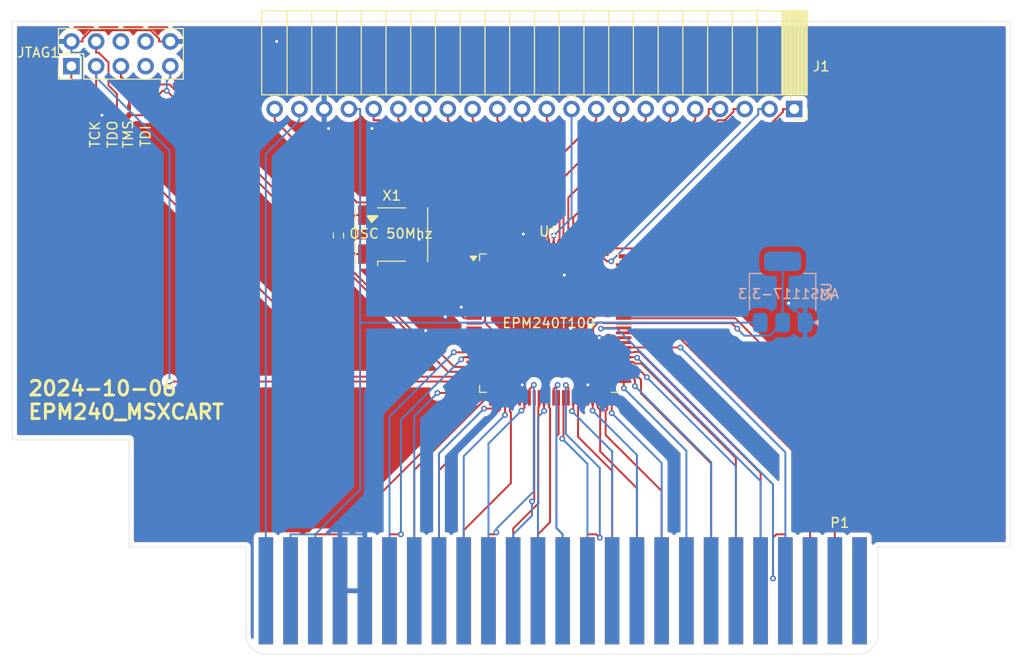
<source format=kicad_pcb>
(kicad_pcb (version 20240108) (generator "pcbnew") (generator_version "8.0")
  (layers (0 "F.Cu" signal) (31 "B.Cu" signal) (34 "B.Paste" user) (35 "F.Paste" user) (36 "B.SilkS" user "B.Silkscreen") (37 "F.SilkS" user "F.Silkscreen") (38 "B.Mask" user) (39 "F.Mask" user) (44 "Edge.Cuts" user))
  (net 0 "")
  (net 1 "/+5V")
  (net 2 "/RC15")
  (net 3 "/RD4")
  (net 4 "/RC8")
  (net 5 "/SOUNDIN")
  (net 6 "/RC13")
  (net 7 "/RC17")
  (net 8 "/RD1")
  (net 9 "/RD7")
  (net 10 "/RD3")
  (net 11 "/RC12")
  (net 12 "/RC10")
  (net 13 "/RD0")
  (net 14 "/RD2")
  (net 15 "GND")
  (net 16 "/RD5")
  (net 17 "/RC9")
  (net 18 "/RD6")
  (net 19 "/RC14")
  (net 20 "/RC16")
  (net 21 "/RC11")
  (net 22 "/WAIT")
  (net 23 "/A2")
  (net 25 "/A5")
  (net 27 "/IORQ")
  (net 28 "/A15")
  (net 29 "/A0")
  (net 30 "/D7")
  (net 31 "/D1")
  (net 32 "/M1")
  (net 33 "/A6")
  (net 36 "/SLTSL")
  (net 37 "/TDI")
  (net 38 "/TMS")
  (net 39 "/D2")
  (net 40 "/A3")
  (net 41 "/A12")
  (net 42 "/A14")
  (net 43 "/D0")
  (net 44 "/A4")
  (net 45 "/RD")
  (net 47 "/D5")
  (net 48 "/A11")
  (net 49 "/TDO")
  (net 50 "/A10")
  (net 51 "/3V3")
  (net 52 "/D6")
  (net 53 "/D3")
  (net 54 "/INT")
  (net 55 "/A13")
  (net 56 "/A8")
  (net 57 "/MREQ")
  (net 58 "/D4")
  (net 59 "/A1")
  (net 60 "/BUSDIR")
  (net 61 "/RESET")
  (net 62 "/A9")
  (net 63 "/WR")
  (net 66 "/A7")
  (net 67 "/TCK")
  (net 68 "+3V3")
  (net 72 "Net-(P1-Pin_44)")
  (net 73 "/CLOCK")
  (net 74 "/RFSH")
  (net 76 "/GCLK")
  (net 101 "Net-(X1-EN)")
  (footprint "Resistor_SMD:R_0201_0603Metric_Pad0.64x0.40mm_HandSolder" (layer "F.Cu") (at 90.5 57.2325 90)
    (property "Reference" "TMS")
    (property "Value" "10K")
  )
  (footprint "library:msx_cartridge" (layer "F.Cu") (at 135.02 106.627)
    (property "Reference" "P1")
    (property "Value" "CONN_02X25")
  )
  (footprint "Oscillator:Oscillator_SMD_Abracon_ASV-4Pin_7.0x5.1mm" (layer "F.Cu") (at 117.46 69.9)
    (property "Reference" "X1")
    (property "Value" "OSC 50Mhz")
  )
  (footprint "Package_QFP:LQFP-100_14x14mm_P0.5mm" (layer "F.Cu") (at 133.6 79)
    (property "Reference" "U1")
    (property "Value" "EPM240T100")
  )
  (footprint "Resistor_SMD:R_0603_1608Metric_Pad0.98x0.95mm_HandSolder" (layer "F.Cu") (at 112 70 -90)
    (property "Reference" "R5" (hide yes))
    (property "Value" "R")
  )
  (footprint "Resistor_SMD:R_0201_0603Metric_Pad0.64x0.40mm_HandSolder" (layer "F.Cu") (at 87 57.2325 90)
    (property "Reference" "TCK")
    (property "Value" "10K")
  )
  (footprint "Connector_PinSocket_2.54mm:PinSocket_1x22_P2.54mm_Horizontal" (layer "F.Cu") (at 158.79 57 -90)
    (property "Reference" "J1")
    (property "Value" "Conn_01x21_Pin")
  )
  (footprint "Connector_PinHeader_2.54mm:PinHeader_2x05_P2.54mm_Vertical" (layer "F.Cu") (at 84.58 52.6 90)
    (property "Reference" "JTAG1")
    (property "Value" "CONN_02X05")
  )
  (footprint "Resistor_SMD:R_0201_0603Metric_Pad0.64x0.40mm_HandSolder" (layer "F.Cu") (at 88.75 57.2325 90)
    (property "Reference" "TDO")
    (property "Value" "10K")
  )
  (footprint "Resistor_SMD:R_0201_0603Metric_Pad0.64x0.40mm_HandSolder" (layer "F.Cu") (at 92.25 57.2325 90)
    (property "Reference" "TDI")
    (property "Value" "10K")
  )
  (footprint "Package_TO_SOT_SMD:SOT-223-3_TabPin2" (layer "B.Cu") (at 157.6 75.8 90)
    (property "Reference" "U2")
    (property "Value" "AMS1117-3.3")
  )
  (gr_poly (pts (xy 115 68) (xy 116 68) (xy 115.4 68.6)) (stroke (width 0.2)) (fill solid) (layer "F.SilkS"))
  (gr_line (start 90.5 91) (end 90.5 102) (stroke (width 0.05)) (layer "Edge.Cuts"))
  (gr_line (start 102.5 102) (end 102.5 111) (stroke (width 0.05)) (layer "Edge.Cuts"))
  (gr_line (start 181 102) (end 181 48) (stroke (width 0.05)) (layer "Edge.Cuts"))
  (gr_line (start 167.385786 111) (end 167.385786 102) (stroke (width 0.05)) (layer "Edge.Cuts"))
  (gr_line (start 167.385786 102) (end 181 102) (stroke (width 0.05)) (layer "Edge.Cuts"))
  (gr_line (start 181 48) (end 78.5 48) (stroke (width 0.05)) (layer "Edge.Cuts"))
  (gr_arc (start 167.385786 111) (mid 166.8 112.414214) (end 165.385786 113) (stroke (width 0.05)) (layer "Edge.Cuts"))
  (gr_line (start 78.5 91) (end 90.5 91) (stroke (width 0.05)) (layer "Edge.Cuts"))
  (gr_line (start 78.5 48) (end 78.5 91) (stroke (width 0.05)) (layer "Edge.Cuts"))
  (gr_line (start 90.5 102) (end 102.5 102) (stroke (width 0.05)) (layer "Edge.Cuts"))
  (gr_line (start 104.5 113) (end 165.385786 113) (stroke (width 0.05)) (layer "Edge.Cuts"))
  (gr_arc (start 104.5 113) (mid 103.085786 112.414214) (end 102.5 111) (stroke (width 0.05)) (layer "Edge.Cuts"))
  (gr_text "2024-10-06\nEPM240_MSXCART" (at 80 89 0) (layer "F.SilkS") (effects (font (size 1.5 1.5) (thickness 0.3) (bold yes)) (justify left bottom)))
  (segment (start 107.08 106.5) (end 107.08 100.6983) (width 0.2) (layer "B.Cu") (net 1))
  (segment (start 114.2217 57) (end 114.2217 78.95) (width 0.2) (layer "B.Cu") (net 1))
  (segment (start 114.2217 78.95) (end 155.3 78.95) (width 0.2) (layer "B.Cu") (net 1))
  (segment (start 113.07 57) (end 114.2217 57) (width 0.2) (layer "B.Cu") (net 1))
  (segment (start 114.2217 96.0966) (end 109.62 100.6983) (width 0.2) (layer "B.Cu") (net 1))
  (segment (start 114.2217 78.95) (end 114.2217 96.0966) (width 0.2) (layer "B.Cu") (net 1))
  (segment (start 109.62 106.5) (end 109.62 100.6983) (width 0.2) (layer "B.Cu") (net 1))
  (segment (start 107.08 100.6983) (end 109.62 100.6983) (width 0.2) (layer "B.Cu") (net 1))
  (segment (start 130.1 67.5617) (end 130.1 71.325) (width 0.2) (layer "F.Cu") (net 2))
  (segment (start 120.69 57) (end 120.69 58.1517) (width 0.2) (layer "F.Cu") (net 2))
  (segment (start 120.69 58.1517) (end 130.1 67.5617) (width 0.2) (layer "F.Cu") (net 2))
  (segment (start 148.63 58.1517) (end 136.6 70.1817) (width 0.2) (layer "F.Cu") (net 3))
  (segment (start 136.6 70.1817) (end 136.6 71.325) (width 0.2) (layer "F.Cu") (net 3))
  (segment (start 148.63 57) (end 148.63 58.1517) (width 0.2) (layer "F.Cu") (net 3))
  (segment (start 134.6 70.4894) (end 134.6 71.325) (width 0.2) (layer "F.Cu") (net 4))
  (segment (start 138.47 58.1517) (end 134.6983 61.9234) (width 0.2) (layer "F.Cu") (net 4))
  (segment (start 134.6983 70.3911) (end 134.6 70.4894) (width 0.2) (layer "F.Cu") (net 4))
  (segment (start 134.6983 61.9234) (end 134.6983 70.3911) (width 0.2) (layer "F.Cu") (net 4))
  (segment (start 138.47 57) (end 138.47 58.1517) (width 0.2) (layer "F.Cu") (net 4))
  (segment (start 107.99 58.1517) (end 104.54 61.6017) (width 0.2) (layer "B.Cu") (net 5))
  (segment (start 107.99 57) (end 107.99 58.1517) (width 0.2) (layer "B.Cu") (net 5))
  (segment (start 104.54 61.6017) (end 104.54 106.5) (width 0.2) (layer "B.Cu") (net 5))
  (segment (start 125.77 58.1517) (end 132.1 64.4817) (width 0.2) (layer "F.Cu") (net 6))
  (segment (start 132.1 64.4817) (end 132.1 71.325) (width 0.2) (layer "F.Cu") (net 6))
  (segment (start 125.77 57) (end 125.77 58.1517) (width 0.2) (layer "F.Cu") (net 6))
  (segment (start 115.61 57) (end 115.61 58.1517) (width 0.2) (layer "F.Cu") (net 7))
  (segment (start 129.1 70.49) (end 129.1 71.325) (width 0.2) (layer "F.Cu") (net 7))
  (segment (start 115.61 58.1517) (end 116.7617 58.1517) (width 0.2) (layer "F.Cu") (net 7))
  (segment (start 116.7617 58.1517) (end 129.1 70.49) (width 0.2) (layer "F.Cu") (net 7))
  (segment (start 139.5526 72.6463) (end 140.0053 72.6463) (width 0.2) (layer "F.Cu") (net 8))
  (segment (start 139.1 71.325) (end 139.1 72.1937) (width 0.2) (layer "F.Cu") (net 8))
  (segment (start 139.1 72.1937) (end 139.5526 72.6463) (width 0.2) (layer "F.Cu") (net 8))
  (via (at 140.0053 72.6463) (size 0.6) (drill 0.3) (layers "F.Cu" "B.Cu") (net 8))
  (segment (start 156.25 57) (end 155.0983 57) (width 0.2) (layer "B.Cu") (net 8))
  (segment (start 155.0983 57.5533) (end 140.0053 72.6463) (width 0.2) (layer "B.Cu") (net 8))
  (segment (start 155.0983 57) (end 155.0983 57.5533) (width 0.2) (layer "B.Cu") (net 8))
  (segment (start 141.01 58.1517) (end 135.1 64.0617) (width 0.2) (layer "F.Cu") (net 9))
  (segment (start 141.01 57) (end 141.01 58.1517) (width 0.2) (layer "F.Cu") (net 9))
  (segment (start 135.1 64.0617) (end 135.1 71.325) (width 0.2) (layer "F.Cu") (net 9))
  (segment (start 151.17 57) (end 150.0183 57) (width 0.2) (layer "F.Cu") (net 10))
  (segment (start 150.0183 57) (end 150.0183 57.5349) (width 0.2) (layer "F.Cu") (net 10))
  (segment (start 150.0183 57.5349) (end 137.1 70.4532) (width 0.2) (layer "F.Cu") (net 10))
  (segment (start 137.1 70.4532) (end 137.1 71.325) (width 0.2) (layer "F.Cu") (net 10))
  (segment (start 128.31 57) (end 128.31 58.1517) (width 0.2) (layer "F.Cu") (net 11))
  (segment (start 128.31 58.1517) (end 132.6 62.4417) (width 0.2) (layer "F.Cu") (net 11))
  (segment (start 132.6 62.4417) (end 132.6 71.325) (width 0.2) (layer "F.Cu") (net 11))
  (segment (start 133.4948 58.2565) (end 133.4948 70.2502) (width 0.2) (layer "F.Cu") (net 12))
  (segment (start 133.39 57) (end 133.39 58.1517) (width 0.2) (layer "F.Cu") (net 12))
  (segment (start 133.4948 70.2502) (end 133.6 70.3554) (width 0.2) (layer "F.Cu") (net 12))
  (segment (start 133.6 70.3554) (end 133.6 71.325) (width 0.2) (layer "F.Cu") (net 12))
  (segment (start 133.39 58.1517) (end 133.4948 58.2565) (width 0.2) (layer "F.Cu") (net 12))
  (segment (start 139.6 71.325) (end 143.6012 71.325) (width 0.2) (layer "F.Cu") (net 13))
  (segment (start 158.79 57) (end 157.6383 57) (width 0.2) (layer "F.Cu") (net 13))
  (segment (start 143.6012 71.325) (end 157.6383 57.2879) (width 0.2) (layer "F.Cu") (net 13))
  (segment (start 157.6383 57.2879) (end 157.6383 57) (width 0.2) (layer "F.Cu") (net 13))
  (segment (start 150.9273 58.1517) (end 151.6751 58.1517) (width 0.2) (layer "F.Cu") (net 14))
  (segment (start 138.6 71.325) (end 138.6 70.479) (width 0.2) (layer "F.Cu") (net 14))
  (segment (start 153.71 57) (end 152.5583 57) (width 0.2) (layer "F.Cu") (net 14))
  (segment (start 151.6751 58.1517) (end 152.5583 57.2685) (width 0.2) (layer "F.Cu") (net 14))
  (segment (start 152.5583 57.2685) (end 152.5583 57) (width 0.2) (layer "F.Cu") (net 14))
  (segment (start 138.6 70.479) (end 150.9273 58.1517) (width 0.2) (layer "F.Cu") (net 14))
  (segment (start 138.1 74.0606) (end 138.1 78) (width 0.2) (layer "F.Cu") (net 15))
  (segment (start 137.3935 78) (end 135.8331 79.5604) (width 0.2) (layer "F.Cu") (net 15))
  (segment (start 130.9777 69.8536) (end 131.1 69.9759) (width 0.2) (layer "F.Cu") (net 15))
  (segment (start 94.74 50.06) (end 105.6521 50.06) (width 0.2) (layer "F.Cu") (net 15))
  (segment (start 93.5883 49.7915) (end 93.5883 50.06) (width 0.2) (layer "F.Cu") (net 15))
  (segment (start 120 70.5983) (end 120.0734 70.5983) (width 0.2) (layer "F.Cu") (net 15))
  (segment (start 131.1 69.9759) (end 131.1 71.325) (width 0.2) (layer "F.Cu") (net 15))
  (segment (start 141.275 78) (end 138.1 78) (width 0.2) (layer "F.Cu") (net 15))
  (segment (start 137.6 85.3397) (end 137.6 86.675) (width 0.2) (layer "F.Cu") (net 15))
  (segment (start 157.1839 78) (end 158.2207 76.9632) (width 0.2) (layer "F.Cu") (net 15))
  (segment (start 120 71.9) (end 120 70.5983) (width 0.2) (layer "F.Cu") (net 15))
  (segment (start 87 57.64) (end 87.7122 57.64) (width 0.2) (layer "F.Cu") (net 15))
  (segment (start 120.0734 70.5983) (end 120.291 70.3807) (width 0.2) (layer "F.Cu") (net 15))
  (segment (start 85.7317 49.7721) (end 86.6011 48.9027) (width 0.2) (layer "F.Cu") (net 15))
  (segment (start 138.1 78) (end 137.3935 78) (width 0.2) (layer "F.Cu") (net 15))
  (segment (start 85.7317 50.06) (end 85.7317 49.7721) (width 0.2) (layer "F.Cu") (net 15))
  (segment (start 124.6131 77.3607) (end 124.7524 77.5) (width 0.2) (layer "F.Cu") (net 15))
  (segment (start 94.74 50.06) (end 93.5883 50.06) (width 0.2) (layer "F.Cu") (net 15))
  (segment (start 138.1 71.325) (end 138.1 74.0606) (width 0.2) (layer "F.Cu") (net 15))
  (segment (start 84.58 50.06) (end 85.7317 50.06) (width 0.2) (layer "F.Cu") (net 15))
  (segment (start 115.4338 59.0025) (end 110.9805 59.0025) (width 0.2) (layer "F.Cu") (net 15))
  (segment (start 141.275 80.5) (end 138.7736 80.5) (width 0.2) (layer "F.Cu") (net 15))
  (segment (start 141.275 78) (end 157.1839 78) (width 0.2) (layer "F.Cu") (net 15))
  (segment (start 121.5235 79.7745) (end 120.9474 79.7745) (width 0.2) (layer "F.Cu") (net 15))
  (segment (start 125.925 77.5) (end 125.925 78) (width 0.2) (layer "F.Cu") (net 15))
  (segment (start 130.8669 85.3452) (end 130.6 85.6121) (width 0.2) (layer "F.Cu") (net 15))
  (segment (start 138.1 74.0606) (end 135.1847 74.0606) (width 0.2) (layer "F.Cu") (net 15))
  (segment (start 122.9611 78.3369) (end 121.5235 79.7745) (width 0.2) (layer "F.Cu") (net 15))
  (segment (start 130.6 85.6121) (end 130.6 86.675) (width 0.2) (layer "F.Cu") (net 15))
  (segment (start 86.6011 48.9027) (end 92.6995 48.9027) (width 0.2) (layer "F.Cu") (net 15))
  (segment (start 124.7524 77.5) (end 125.925 77.5) (width 0.2) (layer "F.Cu") (net 15))
  (segment (start 92.6995 48.9027) (end 93.5883 49.7915) (width 0.2) (layer "F.Cu") (net 15))
  (via (at 115.4338 59.0025) (size 0.6) (drill 0.3) (layers "F.Cu" "B.Cu") (net 15))
  (via (at 110.9805 59.0025) (size 0.6) (drill 0.3) (layers "F.Cu" "B.Cu") (net 15))
  (via (at 135.8331 79.5604) (size 0.6) (drill 0.3) (layers "F.Cu" "B.Cu") (net 15))
  (via (at 124.6131 77.3607) (size 0.6) (drill 0.3) (layers "F.Cu" "B.Cu") (net 15))
  (via (at 122.9611 78.3369) (size 0.6) (drill 0.3) (layers "F.Cu" "B.Cu") (net 15))
  (via (at 105.6521 50.06) (size 0.6) (drill 0.3) (layers "F.Cu" "B.Cu") (net 15))
  (via (at 137.6 85.3397) (size 0.6) (drill 0.3) (layers "F.Cu" "B.Cu") (net 15))
  (via (at 138.7736 80.5) (size 0.6) (drill 0.3) (layers "F.Cu" "B.Cu") (net 15))
  (via (at 130.8669 85.3452) (size 0.6) (drill 0.3) (layers "F.Cu" "B.Cu") (net 15))
  (via (at 130.9777 69.8536) (size 0.6) (drill 0.3) (layers "F.Cu" "B.Cu") (net 15))
  (via (at 135.1847 74.0606) (size 0.6) (drill 0.3) (layers "F.Cu" "B.Cu") (net 15))
  (via (at 158.2207 76.9632) (size 0.6) (drill 0.3) (layers "F.Cu" "B.Cu") (net 15))
  (via (at 120.9474 79.7745) (size 0.6) (drill 0.3) (layers "F.Cu" "B.Cu") (net 15))
  (via (at 87.7122 57.64) (size 0.6) (drill 0.3) (layers "F.Cu" "B.Cu") (net 15))
  (via (at 120.291 70.3807) (size 0.6) (drill 0.3) (layers "F.Cu" "B.Cu") (net 15))
  (segment (start 114.7 100.6983) (end 112.16 100.6983) (width 0.2) (layer "B.Cu") (net 15))
  (segment (start 85.7317 55.6595) (end 87.7122 57.64) (width 0.2) (layer "B.Cu") (net 15))
  (segment (start 85.3718 51.2117) (end 85.7317 51.5716) (width 0.2) (layer "B.Cu") (net 15))
  (segment (start 84.58 51.2117) (end 85.3718 51.2117) (width 0.2) (layer "B.Cu") (net 15))
  (segment (start 137.6 80.5) (end 137.6 85.3397) (width 0.2) (layer "B.Cu") (net 15))
  (segment (start 123.1052 77.3607) (end 124.6131 77.3607) (width 0.2) (layer "B.Cu") (net 15))
  (segment (start 124.6131 76.2182) (end 130.9777 69.8536) (width 0.2) (layer "B.Cu") (net 15))
  (segment (start 159.9 78.6425) (end 158.2207 76.9632) (width 0.2) (layer "B.Cu") (net 15))
  (segment (start 135.9786 79.7059) (end 135.8331 79.5604) (width 0.2) (layer "B.Cu") (net 15))
  (segment (start 130.9777 69.8536) (end 135.1847 74.0606) (width 0.2) (layer "B.Cu") (net 15))
  (segment (start 120.291 74.5465) (end 123.1052 77.3607) (width 0.2) (layer "B.Cu") (net 15))
  (segment (start 114.7 86.0219) (end 120.9474 79.7745) (width 0.2) (layer "B.Cu") (net 15))
  (segment (start 137.6 80.5) (end 136.2451 80.5) (width 0.2) (layer "B.Cu") (net 15))
  (segment (start 159.9 78.95) (end 159.9 78.6425) (width 0.2) (layer "B.Cu") (net 15))
  (segment (start 115.4338 65.5235) (end 115.4338 59.0025) (width 0.2) (layer "B.Cu") (net 15))
  (segment (start 120.291 70.3807) (end 120.291 74.5465) (width 0.2) (layer "B.Cu") (net 15))
  (segment (start 123.1052 78.1928) (end 122.9611 78.3369) (width 0.2) (layer "B.Cu") (net 15))
  (segment (start 112.16 106.5) (end 112.16 100.6983) (width 0.2) (layer "B.Cu") (net 15))
  (segment (start 85.7317 51.5716) (end 85.7317 55.6595) (width 0.2) (layer "B.Cu") (net 15))
  (segment (start 120.291 70.3807) (end 115.4338 65.5235) (width 0.2) (layer "B.Cu") (net 15))
  (segment (start 123.1052 77.3607) (end 123.1052 78.1928) (width 0.2) (layer "B.Cu") (net 15))
  (segment (start 84.58 50.06) (end 84.58 51.2117) (width 0.2) (layer "B.Cu") (net 15))
  (segment (start 105.6521 50.9704) (end 105.6521 50.06) (width 0.2) (layer "B.Cu") (net 15))
  (segment (start 110.53 57) (end 110.53 58.552) (width 0.2) (layer "B.Cu") (net 15))
  (segment (start 135.9786 80.2335) (end 130.8669 85.3452) (width 0.2) (layer "B.Cu") (net 15))
  (segment (start 114.7 100.6983) (end 114.7 86.0219) (width 0.2) (layer "B.Cu") (net 15))
  (segment (start 138.7736 80.5) (end 137.6 80.5) (width 0.2) (layer "B.Cu") (net 15))
  (segment (start 114.7 106.5) (end 114.7 100.6983) (width 0.2) (layer "B.Cu") (net 15))
  (segment (start 135.9786 80.2335) (end 135.9786 79.7059) (width 0.2) (layer "B.Cu") (net 15))
  (segment (start 110.53 58.552) (end 110.9805 59.0025) (width 0.2) (layer "B.Cu") (net 15))
  (segment (start 124.6131 77.3607) (end 124.6131 76.2182) (width 0.2) (layer "B.Cu") (net 15))
  (segment (start 136.2451 80.5) (end 135.9786 80.2335) (width 0.2) (layer "B.Cu") (net 15))
  (segment (start 110.53 55.8483) (end 105.6521 50.9704) (width 0.2) (layer "B.Cu") (net 15))
  (segment (start 110.53 57) (end 110.53 55.8483) (width 0.2) (layer "B.Cu") (net 15))
  (segment (start 136.1 68.1417) (end 136.1 71.325) (width 0.2) (layer "F.Cu") (net 16))
  (segment (start 146.09 57) (end 146.09 58.1517) (width 0.2) (layer "F.Cu") (net 16))
  (segment (start 146.09 58.1517) (end 136.1 68.1417) (width 0.2) (layer "F.Cu") (net 16))
  (segment (start 134.1 71.325) (end 134.1 70.0046) (width 0.2) (layer "F.Cu") (net 17))
  (segment (start 134.1 70.0046) (end 134.0965 70.0011) (width 0.2) (layer "F.Cu") (net 17))
  (via (at 134.0965 70.0011) (size 0.6) (drill 0.3) (layers "F.Cu" "B.Cu") (net 17))
  (segment (start 135.93 57) (end 135.93 68.1676) (width 0.2) (layer "B.Cu") (net 17))
  (segment (start 135.93 68.1676) (end 134.0965 70.0011) (width 0.2) (layer "B.Cu") (net 17))
  (segment (start 143.55 57) (end 143.55 58.1517) (width 0.2) (layer "F.Cu") (net 18))
  (segment (start 143.55 58.1517) (end 135.6 66.1017) (width 0.2) (layer "F.Cu") (net 18))
  (segment (start 135.6 66.1017) (end 135.6 71.325) (width 0.2) (layer "F.Cu") (net 18))
  (segment (start 123.23 57) (end 123.23 58.1517) (width 0.2) (layer "F.Cu") (net 19))
  (segment (start 131.6 66.5217) (end 131.6 71.325) (width 0.2) (layer "F.Cu") (net 19))
  (segment (start 123.23 58.1517) (end 131.6 66.5217) (width 0.2) (layer "F.Cu") (net 19))
  (segment (start 129.6 69.6017) (end 129.6 71.325) (width 0.2) (layer "F.Cu") (net 20))
  (segment (start 118.15 58.1517) (end 129.6 69.6017) (width 0.2) (layer "F.Cu") (net 20))
  (segment (start 118.15 57) (end 118.15 58.1517) (width 0.2) (layer "F.Cu") (net 20))
  (segment (start 130.85 57) (end 130.85 58.1517) (width 0.2) (layer "F.Cu") (net 21))
  (segment (start 133.0931 71.3181) (end 133.1 71.325) (width 0.2) (layer "F.Cu") (net 21))
  (segment (start 133.0931 60.3948) (end 133.0931 71.3181) (width 0.2) (layer "F.Cu") (net 21))
  (segment (start 130.85 58.1517) (end 133.0931 60.3948) (width 0.2) (layer "F.Cu") (net 21))
  (segment (start 141.275 81.5) (end 147.1101 81.5) (width 0.2) (layer "F.Cu") (net 22))
  (via (at 147.1101 81.5) (size 0.6) (drill 0.3) (layers "F.Cu" "B.Cu") (net 22))
  (segment (start 157.88 106.5) (end 157.88 92.2699) (width 0.2) (layer "B.Cu") (net 22))
  (segment (start 157.88 92.2699) (end 147.1101 81.5) (width 0.2) (layer "B.Cu") (net 22))
  (segment (start 132.5182 97.5224) (end 132.5182 87.6579) (width 0.2) (layer "F.Cu") (net 23))
  (segment (start 129.94 106.5) (end 129.94 100.1006) (width 0.2) (layer "F.Cu") (net 23))
  (segment (start 129.94 100.1006) (end 132.5182 97.5224) (width 0.2) (layer "F.Cu") (net 23))
  (segment (start 132.6 87.5761) (end 132.6 86.675) (width 0.2) (layer "F.Cu") (net 23))
  (segment (start 132.5182 87.6579) (end 132.6 87.5761) (width 0.2) (layer "F.Cu") (net 23))
  (segment (start 131.1 87.6731) (end 130.785 87.9881) (width 0.2) (layer "F.Cu") (net 25))
  (segment (start 131.1 86.675) (end 131.1 87.6731) (width 0.2) (layer "F.Cu") (net 25))
  (via (at 130.785 87.9881) (size 0.6) (drill 0.3) (layers "F.Cu" "B.Cu") (net 25))
  (segment (start 130.785 87.9881) (end 127.4 91.3731) (width 0.2) (layer "B.Cu") (net 25))
  (segment (start 127.4 91.3731) (end 127.4 106.5) (width 0.2) (layer "B.Cu") (net 25))
  (segment (start 142.6546 83.5582) (end 143.6582 84.5618) (width 0.2) (layer "F.Cu") (net 27))
  (segment (start 142.2438 83.5582) (end 142.6546 83.5582) (width 0.2) (layer "F.Cu") (net 27))
  (segment (start 142.1856 83.5) (end 142.2438 83.5582) (width 0.2) (layer "F.Cu") (net 27))
  (segment (start 141.275 83.5) (end 142.1856 83.5) (width 0.2) (layer "F.Cu") (net 27))
  (via (at 143.6582 84.5618) (size 0.6) (drill 0.3) (layers "F.Cu" "B.Cu") (net 27))
  (segment (start 152.8 106.5) (end 152.8 93.7036) (width 0.2) (layer "B.Cu") (net 27))
  (segment (start 152.8 93.7036) (end 143.6582 84.5618) (width 0.2) (layer "B.Cu") (net 27))
  (segment (start 139.4292 90.491) (end 139.4292 88.013) (width 0.2) (layer "F.Cu") (net 28))
  (segment (start 145.18 96.2418) (end 139.4292 90.491) (width 0.2) (layer "F.Cu") (net 28))
  (segment (start 139.6 87.8422) (end 139.6 86.675) (width 0.2) (layer "F.Cu") (net 28))
  (segment (start 139.4292 88.013) (end 139.6 87.8422) (width 0.2) (layer "F.Cu") (net 28))
  (segment (start 145.18 106.5) (end 145.18 96.2418) (width 0.2) (layer "F.Cu") (net 28))
  (segment (start 132.48 100.6983) (end 133.7217 99.4566) (width 0.2) (layer "F.Cu") (net 29))
  (segment (start 133.6152 87.6601) (end 133.6152 86.6902) (width 0.2) (layer "F.Cu") (net 29))
  (segment (start 133.7217 87.7666) (end 133.6152 87.6601) (width 0.2) (layer "F.Cu") (net 29))
  (segment (start 133.6152 86.6902) (end 133.6 86.675) (width 0.2) (layer "F.Cu") (net 29))
  (segment (start 133.7217 99.4566) (end 133.7217 87.7666) (width 0.2) (layer "F.Cu") (net 29))
  (segment (start 132.48 106.5) (end 132.48 100.6983) (width 0.2) (layer "F.Cu") (net 29))
  (segment (start 125.925 82) (end 123.8451 82) (width 0.2) (layer "F.Cu") (net 30))
  (via (at 123.8451 82) (size 0.6) (drill 0.3) (layers "F.Cu" "B.Cu") (net 30))
  (segment (start 117.24 106.5) (end 117.24 88.6051) (width 0.2) (layer "B.Cu") (net 30))
  (segment (start 117.24 88.6051) (end 123.8451 82) (width 0.2) (layer "B.Cu") (net 30))
  (segment (start 129.1 88.4328) (end 129.1 86.675) (width 0.2) (layer "F.Cu") (net 31))
  (via (at 129.1 88.4328) (size 0.6) (drill 0.3) (layers "F.Cu" "B.Cu") (net 31))
  (segment (start 124.86 106.5) (end 124.86 92.6728) (width 0.2) (layer "B.Cu") (net 31))
  (segment (start 124.86 92.6728) (end 129.1 88.4328) (width 0.2) (layer "B.Cu") (net 31))
  (segment (start 142.606 82.5) (end 142.6592 82.5532) (width 0.2) (layer "F.Cu") (net 32))
  (segment (start 141.275 82.5) (end 142.606 82.5) (width 0.2) (layer "F.Cu") (net 32))
  (via (at 142.6592 82.5532) (size 0.6) (drill 0.3) (layers "F.Cu" "B.Cu") (net 32))
  (segment (start 155.34 106.5) (end 155.34 95.234) (width 0.2) (layer "B.Cu") (net 32))
  (segment (start 155.34 95.234) (end 142.6592 82.5532) (width 0.2) (layer "B.Cu") (net 32))
  (segment (start 140.1 94.1856) (end 140.1 106.5) (width 0.2) (layer "F.Cu") (net 33))
  (segment (start 136.6 90.6856) (end 140.1 94.1856) (width 0.2) (layer "F.Cu") (net 33))
  (segment (start 136.6 86.675) (end 136.6 90.6856) (width 0.2) (layer "F.Cu") (net 33))
  (segment (start 152.7306 78.5) (end 162.96 88.7294) (width 0.2) (layer "F.Cu") (net 36))
  (segment (start 162.96 88.7294) (end 162.96 106.5) (width 0.2) (layer "F.Cu") (net 36))
  (segment (start 141.275 78.5) (end 152.7306 78.5) (width 0.2) (layer "F.Cu") (net 36))
  (segment (start 93.948 55.127) (end 94.3654 55.127) (width 0.2) (layer "F.Cu") (net 37))
  (segment (start 92.25 56.825) (end 93.948 55.127) (width 0.2) (layer "F.Cu") (net 37))
  (segment (start 123.2384 84) (end 125.925 84) (width 0.2) (layer "F.Cu") (net 37))
  (segment (start 94.3654 55.127) (end 123.2384 84) (width 0.2) (layer "F.Cu") (net 37))
  (via (at 94.3654 55.127) (size 0.6) (drill 0.3) (layers "F.Cu" "B.Cu") (net 37))
  (segment (start 94.74 52.6) (end 94.74 53.7517) (width 0.2) (layer "B.Cu") (net 37))
  (segment (start 94.3654 54.1263) (end 94.3654 55.127) (width 0.2) (layer "B.Cu") (net 37))
  (segment (start 94.74 53.7517) (end 94.3654 54.1263) (width 0.2) (layer "B.Cu") (net 37))
  (segment (start 90.5 54.4776) (end 90.5 56.825) (width 0.2) (layer "F.Cu") (net 38))
  (segment (start 89.7741 53.7517) (end 90.5 54.4776) (width 0.2) (layer "F.Cu") (net 38))
  (segment (start 89.66 53.7517) (end 89.7741 53.7517) (width 0.2) (layer "F.Cu") (net 38))
  (segment (start 94.6499 54.4776) (end 110.4829 70.3106) (width 0.2) (layer "F.Cu") (net 38))
  (segment (start 121.177 80.8017) (end 123.8753 83.5) (width 0.2) (layer "F.Cu") (net 38))
  (segment (start 110.4829 70.6765) (end 120.6081 80.8017) (width 0.2) (layer "F.Cu") (net 38))
  (segment (start 120.6081 80.8017) (end 121.177 80.8017) (width 0.2) (layer "F.Cu") (net 38))
  (segment (start 89.66 52.6) (end 89.66 53.7517) (width 0.2) (layer "F.Cu") (net 38))
  (segment (start 123.8753 83.5) (end 125.925 83.5) (width 0.2) (layer "F.Cu") (net 38))
  (segment (start 90.5 54.4776) (end 94.6499 54.4776) (width 0.2) (layer "F.Cu") (net 38))
  (segment (start 110.4829 70.3106) (end 110.4829 70.6765) (width 0.2) (layer "F.Cu") (net 38))
  (segment (start 128.6 87.8462) (end 128.6 86.675) (width 0.2) (layer "F.Cu") (net 39))
  (segment (start 122.32 94.1262) (end 128.6 87.8462) (width 0.2) (layer "F.Cu") (net 39))
  (segment (start 122.32 106.5) (end 122.32 94.1262) (width 0.2) (layer "F.Cu") (net 39))
  (segment (start 132.1 97.0897) (end 131.8716 97.3181) (width 0.2) (layer "F.Cu") (net 40))
  (segment (start 132.1 86.675) (end 132.1 97.0897) (width 0.2) (layer "F.Cu") (net 40))
  (via (at 131.8716 97.3181) (size 0.6) (drill 0.3) (layers "F.Cu" "B.Cu") (net 40))
  (segment (start 129.94 106.5) (end 129.94 100.6983) (width 0.2) (layer "B.Cu") (net 40))
  (segment (start 131.8716 98.7667) (end 131.8716 97.3181) (width 0.2) (layer "B.Cu") (net 40))
  (segment (start 129.94 100.6983) (end 131.8716 98.7667) (width 0.2) (layer "B.Cu") (net 40))
  (segment (start 135.1 90.7451) (end 134.9729 90.8722) (width 0.2) (layer "F.Cu") (net 41))
  (segment (start 135.1 86.675) (end 135.1 90.7451) (width 0.2) (layer "F.Cu") (net 41))
  (via (at 134.9729 90.8722) (size 0.6) (drill 0.3) (layers "F.Cu" "B.Cu") (net 41))
  (segment (start 137.56 93.4593) (end 137.56 106.5) (width 0.2) (layer "B.Cu") (net 41))
  (segment (start 134.9729 90.8722) (end 137.56 93.4593) (width 0.2) (layer "B.Cu") (net 41))
  (segment (start 134.1 86.675) (end 134.1 85.7517) (width 0.2) (layer "F.Cu") (net 42))
  (segment (start 134.1 85.7517) (end 134.5001 85.3516) (width 0.2) (layer "F.Cu") (net 42))
  (via (at 134.5001 85.3516) (size 0.6) (drill 0.3) (layers "F.Cu" "B.Cu") (net 42))
  (segment (start 135.02 106.5) (end 135.02 100.6983) (width 0.2) (layer "B.Cu") (net 42))
  (segment (start 134.5001 85.3516) (end 134.3712 85.4805) (width 0.2) (layer "B.Cu") (net 42))
  (segment (start 134.3712 85.4805) (end 134.3712 100.0495) (width 0.2) (layer "B.Cu") (net 42))
  (segment (start 134.3712 100.0495) (end 135.02 100.6983) (width 0.2) (layer "B.Cu") (net 42))
  (segment (start 129.7017 88.1836) (end 129.7017 95.4417) (width 0.2) (layer "F.Cu") (net 43))
  (segment (start 124.86 100.2834) (end 124.86 106.5) (width 0.2) (layer "F.Cu") (net 43))
  (segment (start 129.6 88.0819) (end 129.7017 88.1836) (width 0.2) (layer "F.Cu") (net 43))
  (segment (start 129.6 86.675) (end 129.6 88.0819) (width 0.2) (layer "F.Cu") (net 43))
  (segment (start 129.7017 95.4417) (end 124.86 100.2834) (width 0.2) (layer "F.Cu") (net 43))
  (segment (start 131.6 86.675) (end 131.6 85.8014) (width 0.2) (layer "F.Cu") (net 44))
  (segment (start 128.2065 100.4958) (end 128.004 100.6983) (width 0.2) (layer "F.Cu") (net 44))
  (segment (start 128.004 100.6983) (end 127.4 100.6983) (width 0.2) (layer "F.Cu") (net 44))
  (segment (start 131.6 85.8014) (end 132.0532 85.3482) (width 0.2) (layer "F.Cu") (net 44))
  (segment (start 127.4 106.5) (end 127.4 100.6983) (width 0.2) (layer "F.Cu") (net 44))
  (via (at 132.0532 85.3482) (size 0.6) (drill 0.3) (layers "F.Cu" "B.Cu") (net 44))
  (via (at 128.2065 100.4958) (size 0.6) (drill 0.3) (layers "F.Cu" "B.Cu") (net 44))
  (segment (start 128.2065 100.1324) (end 128.2065 100.4958) (width 0.2) (layer "B.Cu") (net 44))
  (segment (start 132.0532 85.3482) (end 132.0532 96.2857) (width 0.2) (layer "B.Cu") (net 44))
  (segment (start 132.0532 96.2857) (end 128.2065 100.1324) (width 0.2) (layer "B.Cu") (net 44))
  (segment (start 150.26 93.4178) (end 150.26 106.5) (width 0.2) (layer "F.Cu") (net 45))
  (segment (start 142.2485 84) (end 143.0564 84.8079) (width 0.2) (layer "F.Cu") (net 45))
  (segment (start 143.0564 86.2142) (end 150.26 93.4178) (width 0.2) (layer "F.Cu") (net 45))
  (segment (start 143.0564 84.8079) (end 143.0564 86.2142) (width 0.2) (layer "F.Cu") (net 45))
  (segment (start 141.275 84) (end 142.2485 84) (width 0.2) (layer "F.Cu") (net 45))
  (segment (start 127.0566 83.2985) (end 126.7581 83) (width 0.2) (layer "F.Cu") (net 47))
  (segment (start 122.1634 86.1756) (end 126.0868 86.1756) (width 0.2) (layer "F.Cu") (net 47))
  (segment (start 126.0868 86.1756) (end 127.0566 85.2058) (width 0.2) (layer "F.Cu") (net 47))
  (segment (start 127.0566 85.2058) (end 127.0566 83.2985) (width 0.2) (layer "F.Cu") (net 47))
  (segment (start 126.7581 83) (end 125.925 83) (width 0.2) (layer "F.Cu") (net 47))
  (via (at 122.1634 86.1756) (size 0.6) (drill 0.3) (layers "F.Cu" "B.Cu") (net 47))
  (segment (start 119.78 106.5) (end 119.78 88.559) (width 0.2) (layer "B.Cu") (net 47))
  (segment (start 119.78 88.559) (end 122.1634 86.1756) (width 0.2) (layer "B.Cu") (net 47))
  (segment (start 138.1 86.675) (end 138.1 87.9735) (width 0.2) (layer "F.Cu") (net 48))
  (segment (start 138.1 87.9735) (end 138.0878 87.9857) (width 0.2) (layer "F.Cu") (net 48))
  (via (at 138.0878 87.9857) (size 0.6) (drill 0.3) (layers "F.Cu" "B.Cu") (net 48))
  (segment (start 142.64 92.5379) (end 138.0878 87.9857) (width 0.2) (layer "B.Cu") (net 48))
  (segment (start 142.64 106.5) (end 142.64 92.5379) (width 0.2) (layer "B.Cu") (net 48))
  (segment (start 87.12 55.195) (end 88.75 56.825) (width 0.2) (layer "F.Cu") (net 49))
  (segment (start 94.6527 85) (end 125.925 85) (width 0.2) (layer "F.Cu") (net 49))
  (segment (start 87.12 52.6) (end 87.12 55.195) (width 0.2) (layer "F.Cu") (net 49))
  (via (at 94.6527 85) (size 0.6) (drill 0.3) (layers "F.Cu" "B.Cu") (net 49))
  (segment (start 94.6527 61.2844) (end 94.6527 85) (width 0.2) (layer "B.Cu") (net 49))
  (segment (start 87.12 52.6) (end 87.12 53.7517) (width 0.2) (layer "B.Cu") (net 49))
  (segment (start 87.12 53.7517) (end 94.6527 61.2844) (width 0.2) (layer "B.Cu") (net 49))
  (segment (start 138.6 87.6369) (end 138.6 86.675) (width 0.2) (layer "F.Cu") (net 50))
  (segment (start 142.64 95.9578) (end 138.8646 92.1824) (width 0.2) (layer "F.Cu") (net 50))
  (segment (start 138.8646 87.9015) (end 138.6 87.6369) (width 0.2) (layer "F.Cu") (net 50))
  (segment (start 138.8646 92.1824) (end 138.8646 87.9015) (width 0.2) (layer "F.Cu") (net 50))
  (segment (start 142.64 106.5) (end 142.64 95.9578) (width 0.2) (layer "F.Cu") (net 50))
  (segment (start 89.2598 55.4503) (end 88.39 54.5805) (width 0.2) (layer "F.Cu") (net 51))
  (segment (start 88.39 54.5805) (end 88.39 52.2132) (width 0.2) (layer "F.Cu") (net 51))
  (segment (start 88.75 57.64) (end 89.2598 57.64) (width 0.2) (layer "F.Cu") (net 51))
  (segment (start 88.39 52.2132) (end 87.3885 51.2117) (width 0.2) (layer "F.Cu") (net 51))
  (segment (start 87.3885 51.2117) (end 87.12 51.2117) (width 0.2) (layer "F.Cu") (net 51))
  (segment (start 87.12 50.06) (end 87.12 51.2117) (width 0.2) (layer "F.Cu") (net 51))
  (segment (start 92.25 57.64) (end 90.5 57.64) (width 0.2) (layer "F.Cu") (net 51))
  (segment (start 89.2598 57.64) (end 89.2598 55.4503) (width 0.2) (layer "F.Cu") (net 51))
  (segment (start 89.2598 57.64) (end 90.5 57.64) (width 0.2) (layer "F.Cu") (net 51))
  (segment (start 124.828 82.5) (end 125.925 82.5) (width 0.2) (layer "F.Cu") (net 52))
  (segment (start 124.6014 82.7266) (end 124.828 82.5) (width 0.2) (layer "F.Cu") (net 52))
  (segment (start 117.24 106.5) (end 117.24 100.6983) (width 0.2) (layer "F.Cu") (net 52))
  (segment (start 117.24 100.6983) (end 118.4114 100.6983) (width 0.2) (layer "F.Cu") (net 52))
  (via (at 118.4114 100.6983) (size 0.6) (drill 0.3) (layers "F.Cu" "B.Cu") (net 52))
  (via (at 124.6014 82.7266) (size 0.6) (drill 0.3) (layers "F.Cu" "B.Cu") (net 52))
  (segment (start 124.6014 82.7266) (end 118.4114 88.9166) (width 0.2) (layer "B.Cu") (net 52))
  (segment (start 118.4114 88.9166) (end 118.4114 100.6983) (width 0.2) (layer "B.Cu") (net 52))
  (segment (start 127.9106 87.7781) (end 126.9434 87.7781) (width 0.2) (layer "F.Cu") (net 53))
  (segment (start 128.1 86.675) (end 128.1 87.5887) (width 0.2) (layer "F.Cu") (net 53))
  (segment (start 128.1 87.5887) (end 127.9106 87.7781) (width 0.2) (layer "F.Cu") (net 53))
  (via (at 126.9434 87.7781) (size 0.6) (drill 0.3) (layers "F.Cu" "B.Cu") (net 53))
  (segment (start 122.32 92.4015) (end 126.9434 87.7781) (width 0.2) (layer "B.Cu") (net 53))
  (segment (start 122.32 106.5) (end 122.32 92.4015) (width 0.2) (layer "B.Cu") (net 53))
  (segment (start 156.6101 101.0479) (end 156.6101 105.23) (width 0.2) (layer "F.Cu") (net 54))
  (segment (start 139.0075 79.5) (end 138.9405 79.567) (width 0.2) (layer "F.Cu") (net 54))
  (segment (start 141.275 79.5) (end 139.0075 79.5) (width 0.2) (layer "F.Cu") (net 54))
  (segment (start 156.6101 105.23) (end 156.61 105.23) (width 0.2) (layer "F.Cu") (net 54))
  (segment (start 157.88 106.5) (end 157.88 100.6983) (width 0.2) (layer "F.Cu") (net 54))
  (segment (start 156.9597 100.6983) (end 156.6101 101.0479) (width 0.2) (layer "F.Cu") (net 54))
  (segment (start 157.88 100.6983) (end 156.9597 100.6983) (width 0.2) (layer "F.Cu") (net 54))
  (via (at 138.9405 79.567) (size 0.6) (drill 0.3) (layers "F.Cu" "B.Cu") (net 54))
  (via (at 156.61 105.23) (size 0.6) (drill 0.3) (layers "F.Cu" "B.Cu") (net 54))
  (segment (start 156.61 105.23) (end 156.61 95.5743) (width 0.2) (layer "B.Cu") (net 54))
  (segment (start 140.6027 79.567) (end 138.9405 79.567) (width 0.2) (layer "B.Cu") (net 54))
  (segment (start 156.61 95.5743) (end 140.6027 79.567) (width 0.2) (layer "B.Cu") (net 54))
  (segment (start 134.3712 100.0495) (end 135.02 100.6983) (width 0.2) (layer "F.Cu") (net 55))
  (segment (start 134.3712 90.6231) (end 134.3712 100.0495) (width 0.2) (layer "F.Cu") (net 55))
  (segment (start 134.6 90.3943) (end 134.3712 90.6231) (width 0.2) (layer "F.Cu") (net 55))
  (segment (start 135.02 106.5) (end 135.02 100.6983) (width 0.2) (layer "F.Cu") (net 55))
  (segment (start 134.6 86.675) (end 134.6 90.3943) (width 0.2) (layer "F.Cu") (net 55))
  (segment (start 135.6 85.6269) (end 135.3458 85.3727) (width 0.2) (layer "F.Cu") (net 56))
  (segment (start 138.83 101.048) (end 138.4803 100.6983) (width 0.2) (layer "F.Cu") (net 56))
  (segment (start 137.56 106.5) (end 137.56 100.6983) (width 0.2) (layer "F.Cu") (net 56))
  (segment (start 138.4803 100.6983) (end 137.56 100.6983) (width 0.2) (layer "F.Cu") (net 56))
  (segment (start 135.6 86.675) (end 135.6 85.6269) (width 0.2) (layer "F.Cu") (net 56))
  (via (at 138.83 101.048) (size 0.6) (drill 0.3) (layers "F.Cu" "B.Cu") (net 56))
  (via (at 135.3458 85.3727) (size 0.6) (drill 0.3) (layers "F.Cu" "B.Cu") (net 56))
  (segment (start 138.83 93.8784) (end 135.3458 90.3942) (width 0.2) (layer "B.Cu") (net 56))
  (segment (start 138.83 101.048) (end 138.83 93.8784) (width 0.2) (layer "B.Cu") (net 56))
  (segment (start 135.3458 90.3942) (end 135.3458 85.3727) (width 0.2) (layer "B.Cu") (net 56))
  (segment (start 142.4101 83.1565) (end 143.1038 83.1565) (width 0.2) (layer "F.Cu") (net 57))
  (segment (start 152.8 92.8527) (end 152.8 106.5) (width 0.2) (layer "F.Cu") (net 57))
  (segment (start 141.275 83) (end 142.2536 83) (width 0.2) (layer "F.Cu") (net 57))
  (segment (start 142.2536 83) (end 142.4101 83.1565) (width 0.2) (layer "F.Cu") (net 57))
  (segment (start 143.1038 83.1565) (end 152.8 92.8527) (width 0.2) (layer "F.Cu") (net 57))
  (segment (start 127.1955 86.675) (end 127.6 86.675) (width 0.2) (layer "F.Cu") (net 58))
  (segment (start 119.78 94.0905) (end 127.1955 86.675) (width 0.2) (layer "F.Cu") (net 58))
  (segment (start 119.78 106.5) (end 119.78 94.0905) (width 0.2) (layer "F.Cu") (net 58))
  (segment (start 133.1 86.675) (end 133.1 87.9958) (width 0.2) (layer "F.Cu") (net 59))
  (segment (start 133.1 87.9958) (end 133.12 88.0158) (width 0.2) (layer "F.Cu") (net 59))
  (via (at 133.12 88.0158) (size 0.6) (drill 0.3) (layers "F.Cu" "B.Cu") (net 59))
  (segment (start 132.48 106.5) (end 132.48 88.6558) (width 0.2) (layer "B.Cu") (net 59))
  (segment (start 132.48 88.6558) (end 133.12 88.0158) (width 0.2) (layer "B.Cu") (net 59))
  (segment (start 155.34 94.3831) (end 155.34 106.5) (width 0.2) (layer "F.Cu") (net 60))
  (segment (start 142.3616 82) (end 142.4101 81.9515) (width 0.2) (layer "F.Cu") (net 60))
  (segment (start 142.4101 81.9515) (end 142.9084 81.9515) (width 0.2) (layer "F.Cu") (net 60))
  (segment (start 141.275 82) (end 142.3616 82) (width 0.2) (layer "F.Cu") (net 60))
  (segment (start 142.9084 81.9515) (end 155.34 94.3831) (width 0.2) (layer "F.Cu") (net 60))
  (segment (start 141.2948 85.0198) (end 141.2948 85.6924) (width 0.2) (layer "F.Cu") (net 61))
  (segment (start 141.275 85) (end 141.2948 85.0198) (width 0.2) (layer "F.Cu") (net 61))
  (via (at 141.2948 85.6924) (size 0.6) (drill 0.3) (layers "F.Cu" "B.Cu") (net 61))
  (segment (start 147.72 92.1176) (end 147.72 106.5) (width 0.2) (layer "B.Cu") (net 61))
  (segment (start 141.2948 85.6924) (end 147.72 92.1176) (width 0.2) (layer "B.Cu") (net 61))
  (segment (start 139.1 86.675) (end 139.1 85.7466) (width 0.2) (layer "F.Cu") (net 62))
  (segment (start 140.052 85.676) (end 140.052 88.241) (width 0.2) (layer "F.Cu") (net 62))
  (segment (start 139.3595 85.4871) (end 139.8631 85.4871) (width 0.2) (layer "F.Cu") (net 62))
  (segment (start 139.8631 85.4871) (end 140.052 85.676) (width 0.2) (layer "F.Cu") (net 62))
  (segment (start 139.1 85.7466) (end 139.3595 85.4871) (width 0.2) (layer "F.Cu") (net 62))
  (via (at 140.052 88.241) (size 0.6) (drill 0.3) (layers "F.Cu" "B.Cu") (net 62))
  (segment (start 145.18 93.369) (end 140.052 88.241) (width 0.2) (layer "B.Cu") (net 62))
  (segment (start 145.18 106.5) (end 145.18 93.369) (width 0.2) (layer "B.Cu") (net 62))
  (segment (start 142.4356 84.824) (end 142.1116 84.5) (width 0.2) (layer "F.Cu") (net 63))
  (segment (start 142.4356 85.4663) (end 142.4356 84.824) (width 0.2) (layer "F.Cu") (net 63))
  (segment (start 142.1116 84.5) (end 141.275 84.5) (width 0.2) (layer "F.Cu") (net 63))
  (via (at 142.4356 85.4663) (size 0.6) (drill 0.3) (layers "F.Cu" "B.Cu") (net 63))
  (segment (start 150.26 106.5) (end 150.26 93.2907) (width 0.2) (layer "B.Cu") (net 63))
  (segment (start 150.26 93.2907) (end 142.4356 85.4663) (width 0.2) (layer "B.Cu") (net 63))
  (segment (start 136.1 87.9244) (end 135.9729 88.0515) (width 0.2) (layer "F.Cu") (net 66))
  (segment (start 136.1 86.675) (end 136.1 87.9244) (width 0.2) (layer "F.Cu") (net 66))
  (via (at 135.9729 88.0515) (size 0.6) (drill 0.3) (layers "F.Cu" "B.Cu") (net 66))
  (segment (start 140.1 92.1786) (end 135.9729 88.0515) (width 0.2) (layer "B.Cu") (net 66))
  (segment (start 140.1 106.5) (end 140.1 92.1786) (width 0.2) (layer "B.Cu") (net 66))
  (segment (start 84.58 52.6) (end 84.58 54.405) (width 0.2) (layer "F.Cu") (net 67))
  (segment (start 112.9339 84.5) (end 86.4486 58.0147) (width 0.2) (layer "F.Cu") (net 67))
  (segment (start 84.58 54.405) (end 87 56.825) (width 0.2) (layer "F.Cu") (net 67))
  (segment (start 125.925 84.5) (end 112.9339 84.5) (width 0.2) (layer "F.Cu") (net 67))
  (segment (start 86.9034 56.825) (end 87 56.825) (width 0.2) (layer "F.Cu") (net 67))
  (segment (start 86.4486 57.2798) (end 86.9034 56.825) (width 0.2) (layer "F.Cu") (net 67))
  (segment (start 86.4486 58.0147) (end 86.4486 57.2798) (width 0.2) (layer "F.Cu") (net 67))
  (segment (start 131.9586 83.8785) (end 134.8371 81) (width 0.2) (layer "F.Cu") (net 68))
  (segment (start 134.8371 81) (end 138.159 81) (width 0.2) (layer "F.Cu") (net 68))
  (segment (start 131.9586 84.4196) (end 135.7946 84.4196) (width 0.2) (layer "F.Cu") (net 68))
  (segment (start 126.8041 79) (end 126.9421 78.862) (width 0.2) (layer "F.Cu") (net 68))
  (segment (start 137.1 85.725) (end 137.1 86.675) (width 0.2) (layer "F.Cu") (net 68))
  (segment (start 114.92 67.9) (end 113.7183 67.9) (width 0.2) (layer "F.Cu") (net 68))
  (segment (start 139.6902 81) (end 141.275 81) (width 0.2) (layer "F.Cu") (net 68))
  (segment (start 137.6 71.325) (end 137.6 72.2072) (width 0.2) (layer "F.Cu") (net 68))
  (segment (start 114.92 67.9) (end 114.92 66.6991) (width 0.2) (layer "F.Cu") (net 68))
  (segment (start 141.275 79) (end 139.233 79) (width 0.2) (layer "F.Cu") (net 68))
  (segment (start 139.1646 78.9316) (end 138.6983 78.9316) (width 0.2) (layer "F.Cu") (net 68))
  (segment (start 127.0605 72.4605) (end 127.0605 76.6986) (width 0.2) (layer "F.Cu") (net 68))
  (segment (start 135.7946 84.4196) (end 137.1 85.725) (width 0.2) (layer "F.Cu") (net 68))
  (segment (start 131.9586 84.4196) (end 130.9417 84.4196) (width 0.2) (layer "F.Cu") (net 68))
  (segment (start 105.45 58.1517) (end 113.8966 66.5983) (width 0.2) (layer "F.Cu") (net 68))
  (segment (start 152.3785 79) (end 141.275 79) (width 0.2) (layer "F.Cu") (net 68))
  (segment (start 114.92 66.5998) (end 114.92 66.5983) (width 0.2) (layer "F.Cu") (net 68))
  (segment (start 139.233 79) (end 139.1646 78.9316) (width 0.2) (layer "F.Cu") (net 68))
  (segment (start 112 69.0875) (end 112.5308 69.0875) (width 0.2) (layer "F.Cu") (net 68))
  (segment (start 139.5396 81.1506) (end 139.6902 81) (width 0.2) (layer "F.Cu") (net 68))
  (segment (start 138.3096 81.1506) (end 139.5396 81.1506) (width 0.2) (layer "F.Cu") (net 68))
  (segment (start 127.0605 76.6986) (end 126.7591 77) (width 0.2) (layer "F.Cu") (net 68))
  (segment (start 127.0589 78.7452) (end 126.9421 78.862) (width 0.2) (layer "F.Cu") (net 68))
  (segment (start 125.925 77) (end 126.7591 77) (width 0.2) (layer "F.Cu") (net 68))
  (segment (start 138.159 81) (end 138.3096 81.1506) (width 0.2) (layer "F.Cu") (net 68))
  (segment (start 131.9586 84.4196) (end 131.9586 83.8785) (width 0.2) (layer "F.Cu") (net 68))
  (segment (start 130.1 85.2613) (end 130.1 86.675) (width 0.2) (layer "F.Cu") (net 68))
  (segment (start 130.9417 84.4196) (end 130.1 85.2613) (width 0.2) (layer "F.Cu") (net 68))
  (segment (start 152.9389 79.5604) (end 152.3785 79) (width 0.2) (layer "F.Cu") (net 68))
  (segment (start 126.7591 77) (end 127.0589 77.2998) (width 0.2) (layer "F.Cu") (net 68))
  (segment (start 137.3789 72.4283) (end 130.7742 72.4283) (width 0.2) (layer "F.Cu") (net 68))
  (segment (start 112.5308 69.0875) (end 113.7183 67.9) (width 0.2) (layer "F.Cu") (net 68))
  (segment (start 114.92 66.5998) (end 114.9215 66.5983) (width 0.2) (layer "F.Cu") (net 68))
  (segment (start 126.9421 78.862) (end 131.9586 83.8785) (width 0.2) (layer "F.Cu") (net 68))
  (segment (start 105.45 57) (end 105.45 58.1517) (width 0.2) (layer "F.Cu") (net 68))
  (segment (start 114.9215 66.5983) (end 121.1983 66.5983) (width 0.2) (layer "F.Cu") (net 68))
  (segment (start 125.925 79) (end 126.8041 79) (width 0.2) (layer "F.Cu") (net 68))
  (segment (start 127.0605 72.4605) (end 130.3936 72.4605) (width 0.2) (layer "F.Cu") (net 68))
  (segment (start 130.7742 72.4283) (end 130.6 72.2541) (width 0.2) (layer "F.Cu") (net 68))
  (segment (start 127.0589 77.2998) (end 127.0589 78.7452) (width 0.2) (layer "F.Cu") (net 68))
  (segment (start 137.6 72.2072) (end 137.3789 72.4283) (width 0.2) (layer "F.Cu") (net 68))
  (segment (start 113.8966 66.5983) (end 114.92 66.5983) (width 0.2) (layer "F.Cu") (net 68))
  (segment (start 114.92 66.6991) (end 114.92 66.5998) (width 0.2) (layer "F.Cu") (net 68))
  (segment (start 121.1983 66.5983) (end 127.0605 72.4605) (width 0.2) (layer "F.Cu") (net 68))
  (segment (start 138.6983 78.9316) (end 138.159 79.4709) (width 0.2) (layer "F.Cu") (net 68))
  (segment (start 130.6 72.2541) (end 130.6 71.325) (width 0.2) (layer "F.Cu") (net 68))
  (segment (start 130.3936 72.4605) (end 130.6 72.2541) (width 0.2) (layer "F.Cu") (net 68))
  (segment (start 138.159 79.4709) (end 138.159 81) (width 0.2) (layer "F.Cu") (net 68))
  (via (at 152.9389 79.5604) (size 0.6) (drill 0.3) (layers "F.Cu" "B.Cu") (net 68))
  (segment (start 153.6636 80.2851) (end 152.9389 79.5604) (width 0.2) (layer "B.Cu") (net 68))
  (segment (start 157.6 72.65) (end 157.6 78.95) (width 0.2) (layer "B.Cu") (net 68))
  (segment (start 156.2649 80.2851) (end 153.6636 80.2851) (width 0.2) (layer "B.Cu") (net 68))
  (segment (start 157.6 78.95) (end 156.2649 80.2851) (width 0.2) (layer "B.Cu") (net 68))
  (segment (start 109.62 100.6983) (end 112.16 100.6983) (width 0.2) (layer "F.Cu") (net 72))
  (segment (start 112.16 106.5) (end 112.16 100.6983) (width 0.2) (layer "F.Cu") (net 72))
  (segment (start 109.62 106.5) (end 109.62 100.6983) (width 0.2) (layer "F.Cu") (net 72))
  (segment (start 127.4583 85.3721) (end 127.4583 82.141) (width 0.2) (layer "F.Cu") (net 73))
  (segment (start 126.8173 81.5) (end 125.925 81.5) (width 0.2) (layer "F.Cu") (net 73))
  (segment (start 114.7 98.1304) (end 127.4583 85.3721) (width 0.2) (layer "F.Cu") (net 73))
  (segment (start 114.7 106.5) (end 114.7 98.1304) (width 0.2) (layer "F.Cu") (net 73))
  (segment (start 127.4583 82.141) (end 126.8173 81.5) (width 0.2) (layer "F.Cu") (net 73))
  (segment (start 160.42 106.5) (end 160.42 93.9083) (width 0.2) (layer "F.Cu") (net 74))
  (segment (start 160.42 93.9083) (end 146.5117 80) (width 0.2) (layer "F.Cu") (net 74))
  (segment (start 146.5117 80) (end 141.275 80) (width 0.2) (layer "F.Cu") (net 74))
  (segment (start 120 67.9) (end 121.2017 67.9) (width 0.2) (layer "F.Cu") (net 76))
  (segment (start 121.2017 74.8001) (end 124.9016 78.5) (width 0.2) (layer "F.Cu") (net 76))
  (segment (start 124.9016 78.5) (end 125.925 78.5) (width 0.2) (layer "F.Cu") (net 76))
  (segment (start 121.2017 67.9) (end 121.2017 74.8001) (width 0.2) (layer "F.Cu") (net 76))
  (segment (start 114.92 71.9) (end 113.7183 71.9) (width 0.2) (layer "F.Cu") (net 101))
  (segment (start 112 70.9125) (end 112.7308 70.9125) (width 0.2) (layer "F.Cu") (net 101))
  (segment (start 112.7308 70.9125) (end 113.7183 71.9) (width 0.2) (layer "F.Cu") (net 101))
  (zone (net 15) (net_name "GND") (layers "F&B.Cu") (connect_pads (clearance 0.5)) (min_thickness 0.25) (fill yes (thermal_gap 0.5) (thermal_bridge_width 0.5))
    (polygon (pts (xy 181.6 45.8) (xy 182.4 114) (xy 77.5 113.8) (xy 77.25 48.55) (xy 78.2 46.8)))
  )
)
</source>
